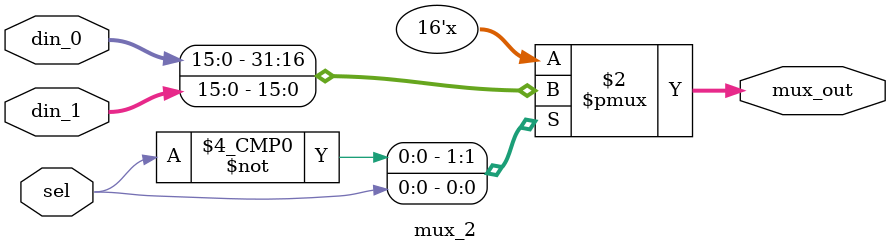
<source format=sv>
/**---------------------------------------------------------------------
 *	Module:		2:1 MUX
 *	Class:		CSE 141L - SP18
 * Authors: 	Tahmid Khan
 *					Shengyuan Lin
 *----------------------------------------------------------------------
 *	[Inputs]
 * 	din_0 - the data line that will be passed with sel=0
 *		din_1 - the data line that will be passed with sel=1
 *		sel - the selector bit (1-bit)
 *
 * [Outputs]
 * 	mux_out - the data line selected by sel (16-bits)
 * 
 ---------------------------------------------------------------------*/

module  mux_2 #(parameter data_width=16)(
	input [data_width-1:0] din_0,
	input [data_width-1:0] din_1,
	input sel,
	output [data_width-1:0] mux_out
);

	always_comb
		begin
			case(sel)
				1'b0: mux_out = din_0;
				1'b1: mux_out = din_1;
			endcase
		end
		
endmodule
</source>
